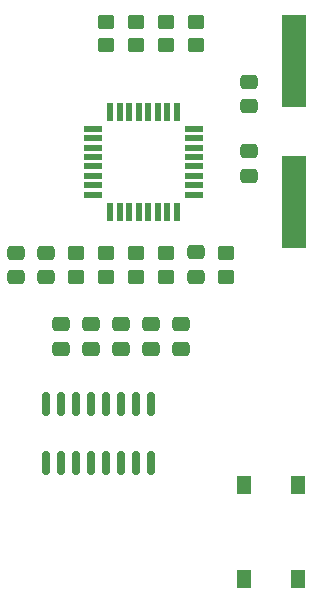
<source format=gbr>
%TF.GenerationSoftware,KiCad,Pcbnew,(7.0.0)*%
%TF.CreationDate,2023-10-20T06:38:37+02:00*%
%TF.ProjectId,SEM_ProjektoroSCH-Rev2,53454d5f-5072-46f6-9a65-6b746f726f53,2.3*%
%TF.SameCoordinates,Original*%
%TF.FileFunction,Paste,Top*%
%TF.FilePolarity,Positive*%
%FSLAX46Y46*%
G04 Gerber Fmt 4.6, Leading zero omitted, Abs format (unit mm)*
G04 Created by KiCad (PCBNEW (7.0.0)) date 2023-10-20 06:38:37*
%MOMM*%
%LPD*%
G01*
G04 APERTURE LIST*
G04 Aperture macros list*
%AMRoundRect*
0 Rectangle with rounded corners*
0 $1 Rounding radius*
0 $2 $3 $4 $5 $6 $7 $8 $9 X,Y pos of 4 corners*
0 Add a 4 corners polygon primitive as box body*
4,1,4,$2,$3,$4,$5,$6,$7,$8,$9,$2,$3,0*
0 Add four circle primitives for the rounded corners*
1,1,$1+$1,$2,$3*
1,1,$1+$1,$4,$5*
1,1,$1+$1,$6,$7*
1,1,$1+$1,$8,$9*
0 Add four rect primitives between the rounded corners*
20,1,$1+$1,$2,$3,$4,$5,0*
20,1,$1+$1,$4,$5,$6,$7,0*
20,1,$1+$1,$6,$7,$8,$9,0*
20,1,$1+$1,$8,$9,$2,$3,0*%
G04 Aperture macros list end*
%ADD10RoundRect,0.250000X-0.450000X0.350000X-0.450000X-0.350000X0.450000X-0.350000X0.450000X0.350000X0*%
%ADD11R,2.000000X7.875000*%
%ADD12RoundRect,0.250000X-0.475000X0.337500X-0.475000X-0.337500X0.475000X-0.337500X0.475000X0.337500X0*%
%ADD13R,1.600000X0.550000*%
%ADD14R,0.550000X1.600000*%
%ADD15RoundRect,0.250000X0.475000X-0.337500X0.475000X0.337500X-0.475000X0.337500X-0.475000X-0.337500X0*%
%ADD16RoundRect,0.150000X-0.150000X0.850000X-0.150000X-0.850000X0.150000X-0.850000X0.150000X0.850000X0*%
%ADD17R,1.300000X1.550000*%
G04 APERTURE END LIST*
D10*
%TO.C,R8*%
X147955000Y-104045000D03*
X147955000Y-106045000D03*
%TD*%
%TO.C,R7*%
X140335000Y-104045000D03*
X140335000Y-106045000D03*
%TD*%
%TO.C,R2*%
X147955000Y-84455000D03*
X147955000Y-86455000D03*
%TD*%
D11*
%TO.C,Y1*%
X158749999Y-87819999D03*
X158749999Y-99694999D03*
%TD*%
D10*
%TO.C,R4*%
X150495000Y-84455000D03*
X150495000Y-86455000D03*
%TD*%
D12*
%TO.C,C1*%
X144145000Y-110087500D03*
X144145000Y-112162500D03*
%TD*%
D13*
%TO.C,U2*%
X150299999Y-99124999D03*
X150299999Y-98324999D03*
X150299999Y-97524999D03*
X150299999Y-96724999D03*
X150299999Y-95924999D03*
X150299999Y-95124999D03*
X150299999Y-94324999D03*
X150299999Y-93524999D03*
D14*
X148849999Y-92074999D03*
X148049999Y-92074999D03*
X147249999Y-92074999D03*
X146449999Y-92074999D03*
X145649999Y-92074999D03*
X144849999Y-92074999D03*
X144049999Y-92074999D03*
X143249999Y-92074999D03*
D13*
X141799999Y-93524999D03*
X141799999Y-94324999D03*
X141799999Y-95124999D03*
X141799999Y-95924999D03*
X141799999Y-96724999D03*
X141799999Y-97524999D03*
X141799999Y-98324999D03*
X141799999Y-99124999D03*
D14*
X143249999Y-100574999D03*
X144049999Y-100574999D03*
X144849999Y-100574999D03*
X145649999Y-100574999D03*
X146449999Y-100574999D03*
X147249999Y-100574999D03*
X148049999Y-100574999D03*
X148849999Y-100574999D03*
%TD*%
D12*
%TO.C,C8*%
X150495000Y-104007500D03*
X150495000Y-106082500D03*
%TD*%
D10*
%TO.C,R1*%
X145415000Y-84455000D03*
X145415000Y-86455000D03*
%TD*%
D15*
%TO.C,C10*%
X154940000Y-91630000D03*
X154940000Y-89555000D03*
%TD*%
%TO.C,C7*%
X135255000Y-106088000D03*
X135255000Y-104013000D03*
%TD*%
D10*
%TO.C,R5*%
X142875000Y-104045000D03*
X142875000Y-106045000D03*
%TD*%
%TO.C,R6*%
X145415000Y-104045000D03*
X145415000Y-106045000D03*
%TD*%
D12*
%TO.C,C3*%
X141605000Y-110087500D03*
X141605000Y-112162500D03*
%TD*%
%TO.C,C4*%
X139065000Y-110087500D03*
X139065000Y-112162500D03*
%TD*%
D15*
%TO.C,C5*%
X137795000Y-106088000D03*
X137795000Y-104013000D03*
%TD*%
D12*
%TO.C,C9*%
X154940000Y-95440000D03*
X154940000Y-97515000D03*
%TD*%
D15*
%TO.C,C6*%
X149225000Y-112162500D03*
X149225000Y-110087500D03*
%TD*%
D10*
%TO.C,R3*%
X142875000Y-84455000D03*
X142875000Y-86455000D03*
%TD*%
D16*
%TO.C,U1*%
X146685000Y-116840000D03*
X145415000Y-116840000D03*
X144145000Y-116840000D03*
X142875000Y-116840000D03*
X141605000Y-116840000D03*
X140335000Y-116840000D03*
X139065000Y-116840000D03*
X137795000Y-116840000D03*
X137795000Y-121840000D03*
X139065000Y-121840000D03*
X140335000Y-121840000D03*
X141605000Y-121840000D03*
X142875000Y-121840000D03*
X144145000Y-121840000D03*
X145415000Y-121840000D03*
X146685000Y-121840000D03*
%TD*%
D10*
%TO.C,R9*%
X153035000Y-104045000D03*
X153035000Y-106045000D03*
%TD*%
D12*
%TO.C,C2*%
X146685000Y-110087500D03*
X146685000Y-112162500D03*
%TD*%
D17*
%TO.C,SW5*%
X159094999Y-123659999D03*
X159094999Y-131609999D03*
X154594999Y-123659999D03*
X154594999Y-131609999D03*
%TD*%
M02*

</source>
